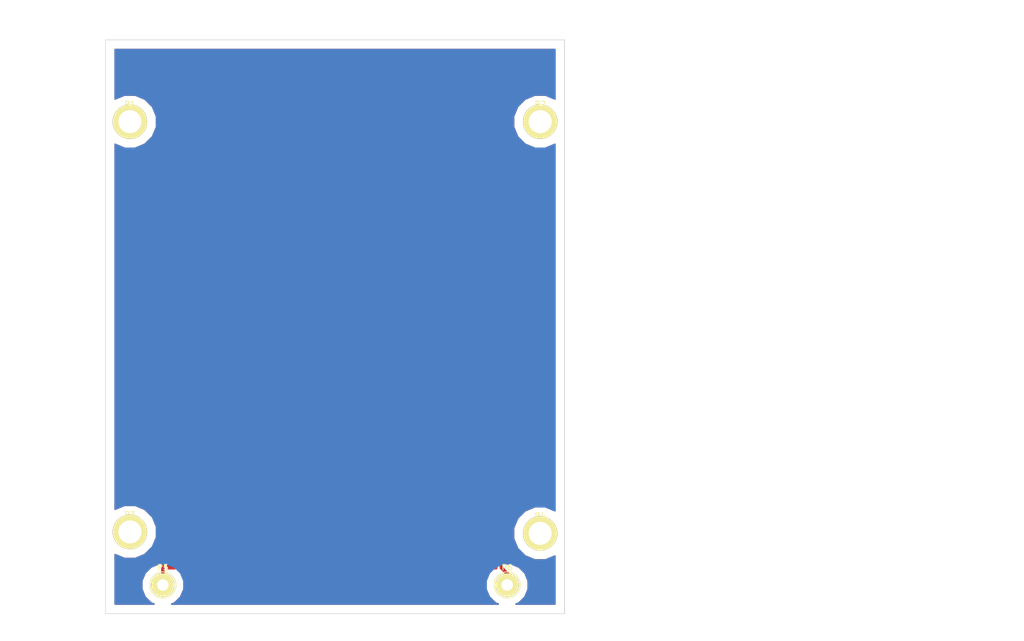
<source format=kicad_pcb>
(kicad_pcb (version 4) (host pcbnew "(2015-02-06 BZR 5410)-product")

  (general
    (links 1)
    (no_connects 0)
    (area 51.785716 44.9 231.350001 158.200001)
    (thickness 1.6)
    (drawings 21)
    (tracks 124)
    (zones 0)
    (modules 6)
    (nets 6)
  )

  (page A4)
  (layers
    (0 F.Cu signal)
    (31 B.Cu signal)
    (32 B.Adhes user)
    (33 F.Adhes user)
    (34 B.Paste user)
    (35 F.Paste user)
    (36 B.SilkS user)
    (37 F.SilkS user)
    (38 B.Mask user)
    (39 F.Mask user)
    (40 Dwgs.User user)
    (41 Cmts.User user)
    (42 Eco1.User user)
    (43 Eco2.User user)
    (44 Edge.Cuts user)
    (45 Margin user)
    (46 B.CrtYd user)
    (47 F.CrtYd user)
    (48 B.Fab user)
    (49 F.Fab user)
  )

  (setup
    (last_trace_width 0.254)
    (user_trace_width 0.5)
    (user_trace_width 0.6)
    (user_trace_width 1)
    (user_trace_width 3)
    (trace_clearance 0.254)
    (zone_clearance 1.5)
    (zone_45_only no)
    (trace_min 0.254)
    (segment_width 0.2)
    (edge_width 0.1)
    (via_size 0.889)
    (via_drill 0.635)
    (via_min_size 0.889)
    (via_min_drill 0.508)
    (uvia_size 0.508)
    (uvia_drill 0.127)
    (uvias_allowed no)
    (uvia_min_size 0.508)
    (uvia_min_drill 0.127)
    (pcb_text_width 0.3)
    (pcb_text_size 1.5 1.5)
    (mod_edge_width 0.15)
    (mod_text_size 1 1)
    (mod_text_width 0.15)
    (pad_size 4.064 4.064)
    (pad_drill 2)
    (pad_to_mask_clearance 0)
    (aux_axis_origin 0 0)
    (visible_elements 7FFFFFFF)
    (pcbplotparams
      (layerselection 0x010f0_80000001)
      (usegerberextensions true)
      (excludeedgelayer false)
      (linewidth 0.100000)
      (plotframeref false)
      (viasonmask false)
      (mode 1)
      (useauxorigin false)
      (hpglpennumber 1)
      (hpglpenspeed 20)
      (hpglpendiameter 15)
      (hpglpenoverlay 2)
      (psnegative false)
      (psa4output false)
      (plotreference false)
      (plotvalue false)
      (plotinvisibletext false)
      (padsonsilk false)
      (subtractmaskfromsilk false)
      (outputformat 1)
      (mirror false)
      (drillshape 0)
      (scaleselection 1)
      (outputdirectory gerber/))
  )

  (net 0 "")
  (net 1 "Net-(P1-Pad1)")
  (net 2 "Net-(P2-Pad1)")
  (net 3 "Net-(P3-Pad1)")
  (net 4 "Net-(P4-Pad1)")
  (net 5 "Net-(P5-Pad1)")

  (net_class Default "This is the default net class."
    (clearance 0.254)
    (trace_width 0.254)
    (via_dia 0.889)
    (via_drill 0.635)
    (uvia_dia 0.508)
    (uvia_drill 0.127)
    (add_net "Net-(P1-Pad1)")
    (add_net "Net-(P2-Pad1)")
    (add_net "Net-(P3-Pad1)")
    (add_net "Net-(P4-Pad1)")
    (add_net "Net-(P5-Pad1)")
  )

  (module Connect:1pin (layer F.Cu) (tedit 54E624F0) (tstamp 54E62480)
    (at 75.5 65.75)
    (descr "module 1 pin (ou trou mecanique de percage)")
    (tags DEV)
    (path /54E62352)
    (fp_text reference P1 (at 0 -3.048) (layer F.SilkS)
      (effects (font (size 1 1) (thickness 0.15)))
    )
    (fp_text value CONN_01X01 (at 0 2.794) (layer F.SilkS) hide
      (effects (font (size 1 1) (thickness 0.15)))
    )
    (fp_circle (center 0 0) (end 0 -2.286) (layer F.SilkS) (width 0.15))
    (pad 1 thru_hole circle (at 0 0) (size 6 6) (drill 4) (layers *.Cu *.Mask F.SilkS)
      (net 1 "Net-(P1-Pad1)"))
  )

  (module Connect:1pin (layer F.Cu) (tedit 54E6254A) (tstamp 54E62486)
    (at 147 65.75)
    (descr "module 1 pin (ou trou mecanique de percage)")
    (tags DEV)
    (path /54E623A4)
    (fp_text reference P2 (at 0 -3.048) (layer F.SilkS)
      (effects (font (size 1 1) (thickness 0.15)))
    )
    (fp_text value CONN_01X01 (at 0 2.794) (layer F.SilkS) hide
      (effects (font (size 1 1) (thickness 0.15)))
    )
    (fp_circle (center 0 0) (end 0 -2.286) (layer F.SilkS) (width 0.15))
    (pad 1 thru_hole circle (at 0 0) (size 6 6) (drill 4) (layers *.Cu *.Mask F.SilkS)
      (net 2 "Net-(P2-Pad1)"))
  )

  (module Connect:1pin (layer F.Cu) (tedit 54E62587) (tstamp 54E6248C)
    (at 75.5 137.25)
    (descr "module 1 pin (ou trou mecanique de percage)")
    (tags DEV)
    (path /54E623EF)
    (fp_text reference P3 (at 0 -3.048) (layer F.SilkS)
      (effects (font (size 1 1) (thickness 0.15)))
    )
    (fp_text value CONN_01X01 (at 0 2.794) (layer F.SilkS) hide
      (effects (font (size 1 1) (thickness 0.15)))
    )
    (fp_circle (center 0 0) (end 0 -2.286) (layer F.SilkS) (width 0.15))
    (pad 1 thru_hole circle (at 0 0) (size 6 6) (drill 4) (layers *.Cu *.Mask F.SilkS)
      (net 3 "Net-(P3-Pad1)"))
  )

  (module Connect:1pin (layer F.Cu) (tedit 54E625BC) (tstamp 54E62492)
    (at 147 137.5)
    (descr "module 1 pin (ou trou mecanique de percage)")
    (tags DEV)
    (path /54E62446)
    (fp_text reference P4 (at 0 -3.048) (layer F.SilkS)
      (effects (font (size 1 1) (thickness 0.15)))
    )
    (fp_text value CONN_01X01 (at 0 2.794) (layer F.SilkS) hide
      (effects (font (size 1 1) (thickness 0.15)))
    )
    (fp_circle (center 0 0) (end 0 -2.286) (layer F.SilkS) (width 0.15))
    (pad 1 thru_hole circle (at 0 0) (size 6 6) (drill 4) (layers *.Cu *.Mask F.SilkS)
      (net 4 "Net-(P4-Pad1)"))
  )

  (module Connect:1pin (layer F.Cu) (tedit 54F35904) (tstamp 54E62498)
    (at 81.25 146.5)
    (descr "module 1 pin (ou trou mecanique de percage)")
    (tags DEV)
    (path /54E624CB)
    (fp_text reference P5 (at 0 -3.048) (layer F.SilkS)
      (effects (font (size 1 1) (thickness 0.15)))
    )
    (fp_text value CONN_01X01 (at 0 2.794) (layer F.SilkS) hide
      (effects (font (size 1 1) (thickness 0.15)))
    )
    (fp_circle (center 0 0) (end 0 -2.286) (layer F.SilkS) (width 0.15))
    (pad 1 thru_hole circle (at 0 0) (size 4.064 4.064) (drill 2) (layers *.Cu *.Mask F.SilkS)
      (net 5 "Net-(P5-Pad1)"))
  )

  (module Connect:1pin (layer F.Cu) (tedit 54F35929) (tstamp 54E6249E)
    (at 141.25 146.5)
    (descr "module 1 pin (ou trou mecanique de percage)")
    (tags DEV)
    (path /54E62516)
    (fp_text reference P6 (at 0 -3.048) (layer F.SilkS)
      (effects (font (size 1 1) (thickness 0.15)))
    )
    (fp_text value CONN_01X01 (at 0 2.794) (layer F.SilkS) hide
      (effects (font (size 1 1) (thickness 0.15)))
    )
    (fp_circle (center 0 0) (end 0 -2.286) (layer F.SilkS) (width 0.15))
    (pad 1 thru_hole circle (at 0 0) (size 4.064 4.064) (drill 2) (layers *.Cu *.Mask F.SilkS)
      (net 5 "Net-(P5-Pad1)"))
  )

  (dimension 80.5 (width 0.3) (layer Dwgs.User)
    (gr_text "80.500 mm" (at 111.25 156.85) (layer Dwgs.User)
      (effects (font (size 1.5 1.5) (thickness 0.3)))
    )
    (feature1 (pts (xy 151.5 151) (xy 151.5 158.2)))
    (feature2 (pts (xy 71 151) (xy 71 158.2)))
    (crossbar (pts (xy 71 155.5) (xy 151.5 155.5)))
    (arrow1a (pts (xy 151.5 155.5) (xy 150.373496 156.086421)))
    (arrow1b (pts (xy 151.5 155.5) (xy 150.373496 154.913579)))
    (arrow2a (pts (xy 71 155.5) (xy 72.126504 156.086421)))
    (arrow2b (pts (xy 71 155.5) (xy 72.126504 154.913579)))
  )
  (dimension 100 (width 0.3) (layer Dwgs.User)
    (gr_text "100.000 mm" (at 59.15 101.5 270) (layer Dwgs.User)
      (effects (font (size 1.5 1.5) (thickness 0.3)))
    )
    (feature1 (pts (xy 71.5 151.5) (xy 57.8 151.5)))
    (feature2 (pts (xy 71.5 51.5) (xy 57.8 51.5)))
    (crossbar (pts (xy 60.5 51.5) (xy 60.5 151.5)))
    (arrow1a (pts (xy 60.5 151.5) (xy 59.913579 150.373496)))
    (arrow1b (pts (xy 60.5 151.5) (xy 61.086421 150.373496)))
    (arrow2a (pts (xy 60.5 51.5) (xy 59.913579 52.626504)))
    (arrow2b (pts (xy 60.5 51.5) (xy 61.086421 52.626504)))
  )
  (dimension 71.500437 (width 0.3) (layer Dwgs.User)
    (gr_text "71.500 mm" (at 67.775088 101.527447 270.2003341) (layer Dwgs.User)
      (effects (font (size 1.5 1.5) (thickness 0.3)))
    )
    (feature1 (pts (xy 75.75 137.25) (xy 66.550097 137.282168)))
    (feature2 (pts (xy 75.5 65.75) (xy 66.300097 65.782168)))
    (crossbar (pts (xy 69.00008 65.772727) (xy 69.25008 137.272727)))
    (arrow1a (pts (xy 69.25008 137.272727) (xy 68.659724 136.148281)))
    (arrow1b (pts (xy 69.25008 137.272727) (xy 69.832558 136.14418)))
    (arrow2a (pts (xy 69.00008 65.772727) (xy 68.417602 66.901274)))
    (arrow2b (pts (xy 69.00008 65.772727) (xy 69.590436 66.897173)))
  )
  (gr_line (start 151.25 151.5) (end 151.25 51.5) (angle 90) (layer Edge.Cuts) (width 0.1) (tstamp 54E628A4))
  (gr_line (start 151.25 141.5) (end 231.25 141.5) (angle 90) (layer Cmts.User) (width 0.2) (tstamp 54E628A3))
  (gr_line (start 231.25 61.5) (end 151.25 61.5) (angle 90) (layer Cmts.User) (width 0.2) (tstamp 54E628A2))
  (dimension 71.500437 (width 0.3) (layer Dwgs.User) (tstamp 54E628A0)
    (gr_text "71.500 mm" (at 147.024223 101.530072 270.2003341) (layer Dwgs.User) (tstamp 54E628A1)
      (effects (font (size 1.5 1.5) (thickness 0.3)))
    )
    (feature1 (pts (xy 155.5 65.75) (xy 145.549232 65.784793)))
    (feature2 (pts (xy 155.75 137.25) (xy 145.799232 137.284793)))
    (crossbar (pts (xy 148.499215 137.275352) (xy 148.249215 65.775352)))
    (arrow1a (pts (xy 148.249215 65.775352) (xy 148.839571 66.899798)))
    (arrow1b (pts (xy 148.249215 65.775352) (xy 147.666737 66.903899)))
    (arrow2a (pts (xy 148.499215 137.275352) (xy 149.081693 136.146805)))
    (arrow2b (pts (xy 148.499215 137.275352) (xy 147.908859 136.150906)))
  )
  (dimension 71.5 (width 0.3) (layer Dwgs.User) (tstamp 54E6289E)
    (gr_text "71.500 mm" (at 191.25 46.4) (layer Dwgs.User) (tstamp 54E6289F)
      (effects (font (size 1.5 1.5) (thickness 0.3)))
    )
    (feature1 (pts (xy 155.5 65.75) (xy 155.5 45.05)))
    (feature2 (pts (xy 227 65.75) (xy 227 45.05)))
    (crossbar (pts (xy 227 47.75) (xy 155.5 47.75)))
    (arrow1a (pts (xy 155.5 47.75) (xy 156.626504 47.163579)))
    (arrow1b (pts (xy 155.5 47.75) (xy 156.626504 48.336421)))
    (arrow2a (pts (xy 227 47.75) (xy 225.873496 47.163579)))
    (arrow2b (pts (xy 227 47.75) (xy 225.873496 48.336421)))
  )
  (gr_line (start 231.25 56.5) (end 151.25 56.5) (angle 90) (layer Dwgs.User) (width 0.2) (tstamp 54E6289C))
  (gr_line (start 151.25 146.5) (end 231.25 146.5) (angle 90) (layer Dwgs.User) (width 0.2) (tstamp 54E6289A))
  (gr_line (start 71.25 146.5) (end 151.25 146.5) (angle 90) (layer Dwgs.User) (width 0.2))
  (gr_line (start 76.25 51.5) (end 76.25 151.5) (angle 90) (layer Dwgs.User) (width 0.2))
  (gr_line (start 151.25 56.5) (end 71.25 56.5) (angle 90) (layer Dwgs.User) (width 0.2))
  (gr_line (start 146.25 151.5) (end 146.25 51.5) (angle 90) (layer Dwgs.User) (width 0.2))
  (dimension 71.5 (width 0.3) (layer Dwgs.User)
    (gr_text "71.500 mm" (at 111.25 46.4) (layer Dwgs.User)
      (effects (font (size 1.5 1.5) (thickness 0.3)))
    )
    (feature1 (pts (xy 75.5 65.75) (xy 75.5 45.05)))
    (feature2 (pts (xy 147 65.75) (xy 147 45.05)))
    (crossbar (pts (xy 147 47.75) (xy 75.5 47.75)))
    (arrow1a (pts (xy 75.5 47.75) (xy 76.626504 47.163579)))
    (arrow1b (pts (xy 75.5 47.75) (xy 76.626504 48.336421)))
    (arrow2a (pts (xy 147 47.75) (xy 145.873496 47.163579)))
    (arrow2b (pts (xy 147 47.75) (xy 145.873496 48.336421)))
  )
  (gr_line (start 151.25 61.5) (end 71.25 61.5) (angle 90) (layer Cmts.User) (width 0.2))
  (gr_line (start 71.25 141.5) (end 151.25 141.5) (angle 90) (layer Cmts.User) (width 0.2))
  (gr_line (start 71.25 151.5) (end 71.25 51.5) (angle 90) (layer Edge.Cuts) (width 0.1))
  (gr_line (start 151.25 151.5) (end 71.25 151.5) (angle 90) (layer Edge.Cuts) (width 0.1))
  (gr_line (start 151.25 51.5) (end 151.25 151.5) (angle 90) (layer Edge.Cuts) (width 0.1))
  (gr_line (start 71.25 51.5) (end 151.25 51.5) (angle 90) (layer Edge.Cuts) (width 0.1))

  (segment (start 127.25 56.5) (end 128.25 56.5) (width 0.6) (layer F.Cu) (net 5))
  (segment (start 105.25 146.5) (end 105.25 56.5) (width 0.6) (layer F.Cu) (net 5) (tstamp 54E6274D))
  (segment (start 105.25 56.5) (end 106.25 56.5) (width 0.6) (layer F.Cu) (net 5) (tstamp 54E6274E))
  (segment (start 106.25 56.5) (end 106.25 146.5) (width 0.6) (layer F.Cu) (net 5) (tstamp 54E62750))
  (segment (start 107.25 146.5) (end 107.25 56.5) (width 0.6) (layer F.Cu) (net 5) (tstamp 54E62754))
  (segment (start 104.25 146.5) (end 104.25 56.5) (width 0.6) (layer F.Cu) (net 5))
  (segment (start 91.25 56.5) (end 92.25 56.5) (width 0.6) (layer F.Cu) (net 5))
  (segment (start 86.25 56.5) (end 86.25 146.5) (width 0.6) (layer F.Cu) (net 5) (tstamp 54E626D6))
  (segment (start 86.25 146.5) (end 87.25 146.5) (width 0.6) (layer F.Cu) (net 5) (tstamp 54E626D7))
  (segment (start 87.25 146.5) (end 87.25 56.5) (width 0.6) (layer F.Cu) (net 5) (tstamp 54E626DD))
  (segment (start 87.25 56.5) (end 88.25 56.5) (width 0.6) (layer F.Cu) (net 5) (tstamp 54E626DE))
  (segment (start 88.25 56.5) (end 88.25 146.5) (width 0.6) (layer F.Cu) (net 5) (tstamp 54E626E1))
  (segment (start 88.25 146.5) (end 89.25 146.5) (width 0.6) (layer F.Cu) (net 5) (tstamp 54E626E2))
  (segment (start 89.25 146.5) (end 89.25 56.5) (width 0.6) (layer F.Cu) (net 5) (tstamp 54E626E7))
  (segment (start 89.25 56.5) (end 90.25 56.5) (width 0.6) (layer F.Cu) (net 5) (tstamp 54E626E8))
  (segment (start 90.25 56.5) (end 90.25 146.5) (width 0.6) (layer F.Cu) (net 5) (tstamp 54E626ED))
  (segment (start 90.25 146.5) (end 91.25 146.5) (width 0.6) (layer F.Cu) (net 5) (tstamp 54E626EE))
  (segment (start 91.25 146.5) (end 91.25 56.5) (width 0.6) (layer F.Cu) (net 5) (tstamp 54E626F1))
  (segment (start 82.25 142.5) (end 82.25 143.5) (width 0.6) (layer F.Cu) (net 5))
  (segment (start 81.25 56.5) (end 82.25 56.5) (width 0.6) (layer F.Cu) (net 5) (tstamp 54E6268C))
  (segment (start 85.25 56.5) (end 85.25 143.5) (width 0.6) (layer F.Cu) (net 5) (tstamp 54E6269F))
  (segment (start 81.25 146.5) (end 81.25 56.5) (width 0.6) (layer F.Cu) (net 5))
  (segment (start 82.25 56.5) (end 82.25 142.5) (width 0.6) (layer F.Cu) (net 5))
  (segment (start 84.25 143.5) (end 85.25 143.5) (width 0.6) (layer F.Cu) (net 5) (tstamp 54E626CA))
  (segment (start 84.25 56.5) (end 84.25 143.5) (width 0.6) (layer F.Cu) (net 5) (tstamp 54E626C9))
  (segment (start 83.25 56.5) (end 84.25 56.5) (width 0.6) (layer F.Cu) (net 5) (tstamp 54E626C4))
  (segment (start 83.25 143.5) (end 83.25 56.5) (width 0.6) (layer F.Cu) (net 5) (tstamp 54E626C3))
  (segment (start 82.25 143.5) (end 83.25 143.5) (width 0.6) (layer F.Cu) (net 5) (tstamp 54E626C2))
  (segment (start 85.25 56.5) (end 86.25 56.5) (width 0.6) (layer F.Cu) (net 5))
  (segment (start 103.25 146.5) (end 103.25 56.5) (width 0.6) (layer F.Cu) (net 5) (tstamp 54E6273A))
  (segment (start 102.25 146.5) (end 103.25 146.5) (width 0.6) (layer F.Cu) (net 5) (tstamp 54E62735))
  (segment (start 102.25 56.5) (end 102.25 146.5) (width 0.6) (layer F.Cu) (net 5) (tstamp 54E62734))
  (segment (start 101.25 56.5) (end 102.25 56.5) (width 0.6) (layer F.Cu) (net 5) (tstamp 54E6272F))
  (segment (start 101.25 146.5) (end 101.25 56.5) (width 0.6) (layer F.Cu) (net 5) (tstamp 54E6272E))
  (segment (start 100.25 146.5) (end 101.25 146.5) (width 0.6) (layer F.Cu) (net 5) (tstamp 54E62729))
  (segment (start 100.25 56.5) (end 100.25 146.5) (width 0.6) (layer F.Cu) (net 5) (tstamp 54E62728))
  (segment (start 99.25 56.5) (end 100.25 56.5) (width 0.6) (layer F.Cu) (net 5) (tstamp 54E62725))
  (segment (start 99.25 146.5) (end 99.25 56.5) (width 0.6) (layer F.Cu) (net 5) (tstamp 54E62724))
  (segment (start 98.25 146.5) (end 99.25 146.5) (width 0.6) (layer F.Cu) (net 5) (tstamp 54E62721))
  (segment (start 98.25 56.5) (end 98.25 146.5) (width 0.6) (layer F.Cu) (net 5) (tstamp 54E62720))
  (segment (start 97.25 56.5) (end 98.25 56.5) (width 0.6) (layer F.Cu) (net 5) (tstamp 54E6271C))
  (segment (start 97.25 146.5) (end 97.25 56.5) (width 0.6) (layer F.Cu) (net 5) (tstamp 54E6271B))
  (segment (start 96.25 146.5) (end 97.25 146.5) (width 0.6) (layer F.Cu) (net 5) (tstamp 54E62714))
  (segment (start 96.25 56.5) (end 96.25 146.5) (width 0.6) (layer F.Cu) (net 5) (tstamp 54E62713))
  (segment (start 95.25 56.5) (end 96.25 56.5) (width 0.6) (layer F.Cu) (net 5) (tstamp 54E6270F))
  (segment (start 95.25 146.5) (end 95.25 56.5) (width 0.6) (layer F.Cu) (net 5) (tstamp 54E6270E))
  (segment (start 94.25 146.5) (end 95.25 146.5) (width 0.6) (layer F.Cu) (net 5) (tstamp 54E6270B))
  (segment (start 94.25 56.5) (end 94.25 146.5) (width 0.6) (layer F.Cu) (net 5) (tstamp 54E6270A))
  (segment (start 93.25 56.5) (end 94.25 56.5) (width 0.6) (layer F.Cu) (net 5) (tstamp 54E62701))
  (segment (start 93.25 146.5) (end 93.25 56.5) (width 0.6) (layer F.Cu) (net 5) (tstamp 54E62700))
  (segment (start 92.25 146.5) (end 93.25 146.5) (width 0.6) (layer F.Cu) (net 5) (tstamp 54E626FC))
  (segment (start 92.25 61.5) (end 92.25 146.5) (width 0.6) (layer F.Cu) (net 5) (tstamp 54E626F7))
  (segment (start 92.25 56.5) (end 92.25 61.5) (width 0.6) (layer F.Cu) (net 5) (tstamp 54E626F6))
  (segment (start 103.25 56.5) (end 104.25 56.5) (width 0.6) (layer F.Cu) (net 5))
  (segment (start 104.25 146.5) (end 105.25 146.5) (width 0.6) (layer F.Cu) (net 5))
  (segment (start 124.25 146.5) (end 125.25 146.5) (width 0.6) (layer F.Cu) (net 5) (tstamp 54E6277A))
  (segment (start 123.25 56.5) (end 124.25 56.5) (width 0.6) (layer F.Cu) (net 5) (tstamp 54E6277B))
  (segment (start 112.25 56.5) (end 112.25 61.5) (width 0.6) (layer F.Cu) (net 5) (tstamp 54E6277C))
  (segment (start 112.25 61.5) (end 112.25 146.5) (width 0.6) (layer F.Cu) (net 5) (tstamp 54E6277D))
  (segment (start 112.25 146.5) (end 113.25 146.5) (width 0.6) (layer F.Cu) (net 5) (tstamp 54E6277E))
  (segment (start 113.25 146.5) (end 113.25 56.5) (width 0.6) (layer F.Cu) (net 5) (tstamp 54E6277F))
  (segment (start 113.25 56.5) (end 114.25 56.5) (width 0.6) (layer F.Cu) (net 5) (tstamp 54E62780))
  (segment (start 114.25 56.5) (end 114.25 146.5) (width 0.6) (layer F.Cu) (net 5) (tstamp 54E62781))
  (segment (start 114.25 146.5) (end 115.25 146.5) (width 0.6) (layer F.Cu) (net 5) (tstamp 54E62782))
  (segment (start 115.25 146.5) (end 115.25 56.5) (width 0.6) (layer F.Cu) (net 5) (tstamp 54E62783))
  (segment (start 115.25 56.5) (end 116.25 56.5) (width 0.6) (layer F.Cu) (net 5) (tstamp 54E62784))
  (segment (start 116.25 56.5) (end 116.25 146.5) (width 0.6) (layer F.Cu) (net 5) (tstamp 54E62785))
  (segment (start 116.25 146.5) (end 117.25 146.5) (width 0.6) (layer F.Cu) (net 5) (tstamp 54E62786))
  (segment (start 117.25 146.5) (end 117.25 56.5) (width 0.6) (layer F.Cu) (net 5) (tstamp 54E62787))
  (segment (start 117.25 56.5) (end 118.25 56.5) (width 0.6) (layer F.Cu) (net 5) (tstamp 54E62788))
  (segment (start 118.25 56.5) (end 118.25 146.5) (width 0.6) (layer F.Cu) (net 5) (tstamp 54E62789))
  (segment (start 118.25 146.5) (end 119.25 146.5) (width 0.6) (layer F.Cu) (net 5) (tstamp 54E6278A))
  (segment (start 119.25 146.5) (end 119.25 56.5) (width 0.6) (layer F.Cu) (net 5) (tstamp 54E6278B))
  (segment (start 119.25 56.5) (end 120.25 56.5) (width 0.6) (layer F.Cu) (net 5) (tstamp 54E6278C))
  (segment (start 120.25 56.5) (end 120.25 146.5) (width 0.6) (layer F.Cu) (net 5) (tstamp 54E6278D))
  (segment (start 120.25 146.5) (end 121.25 146.5) (width 0.6) (layer F.Cu) (net 5) (tstamp 54E6278E))
  (segment (start 121.25 146.5) (end 121.25 56.5) (width 0.6) (layer F.Cu) (net 5) (tstamp 54E6278F))
  (segment (start 121.25 56.5) (end 122.25 56.5) (width 0.6) (layer F.Cu) (net 5) (tstamp 54E62790))
  (segment (start 122.25 56.5) (end 122.25 146.5) (width 0.6) (layer F.Cu) (net 5) (tstamp 54E62791))
  (segment (start 122.25 146.5) (end 123.25 146.5) (width 0.6) (layer F.Cu) (net 5) (tstamp 54E62792))
  (segment (start 123.25 146.5) (end 123.25 56.5) (width 0.6) (layer F.Cu) (net 5) (tstamp 54E62793))
  (segment (start 111.25 146.5) (end 111.25 56.5) (width 0.6) (layer F.Cu) (net 5) (tstamp 54E62794))
  (segment (start 110.25 146.5) (end 111.25 146.5) (width 0.6) (layer F.Cu) (net 5) (tstamp 54E62795))
  (segment (start 110.25 56.5) (end 110.25 146.5) (width 0.6) (layer F.Cu) (net 5) (tstamp 54E62796))
  (segment (start 109.25 56.5) (end 110.25 56.5) (width 0.6) (layer F.Cu) (net 5) (tstamp 54E62797))
  (segment (start 109.25 146.5) (end 109.25 56.5) (width 0.6) (layer F.Cu) (net 5) (tstamp 54E62798))
  (segment (start 108.25 146.5) (end 109.25 146.5) (width 0.6) (layer F.Cu) (net 5) (tstamp 54E62799))
  (segment (start 108.25 56.5) (end 108.25 146.5) (width 0.6) (layer F.Cu) (net 5) (tstamp 54E6279A))
  (segment (start 107.25 56.5) (end 108.25 56.5) (width 0.6) (layer F.Cu) (net 5) (tstamp 54E6279B))
  (segment (start 106.25 146.5) (end 107.25 146.5) (width 0.6) (layer F.Cu) (net 5) (tstamp 54E6279D))
  (segment (start 111.25 56.5) (end 112.25 56.5) (width 0.6) (layer F.Cu) (net 5) (tstamp 54E6279E))
  (segment (start 124.25 146.5) (end 124.25 56.5) (width 0.6) (layer F.Cu) (net 5) (tstamp 54E6279F))
  (segment (start 127.25 146.5) (end 127.25 56.5) (width 0.6) (layer F.Cu) (net 5) (tstamp 54E627A0))
  (segment (start 126.25 146.5) (end 127.25 146.5) (width 0.6) (layer F.Cu) (net 5) (tstamp 54E627A1))
  (segment (start 126.25 56.5) (end 126.25 146.5) (width 0.6) (layer F.Cu) (net 5) (tstamp 54E627A2))
  (segment (start 125.25 56.5) (end 126.25 56.5) (width 0.6) (layer F.Cu) (net 5) (tstamp 54E627A3))
  (segment (start 125.25 146.5) (end 125.25 56.5) (width 0.6) (layer F.Cu) (net 5) (tstamp 54E627A4))
  (segment (start 140.25 143.5) (end 141.25 144.5) (width 0.6) (layer F.Cu) (net 5) (tstamp 54E627C2))
  (segment (start 140.25 56.5) (end 140.25 143.5) (width 0.6) (layer F.Cu) (net 5) (tstamp 54E627C1))
  (segment (start 139.25 56.5) (end 140.25 56.5) (width 0.6) (layer F.Cu) (net 5) (tstamp 54E627BF))
  (segment (start 139.25 143.5) (end 139.25 56.5) (width 0.6) (layer F.Cu) (net 5) (tstamp 54E627BE))
  (segment (start 138.25 143.5) (end 139.25 143.5) (width 0.6) (layer F.Cu) (net 5) (tstamp 54E627BD))
  (segment (start 138.25 56.5) (end 138.25 143.5) (width 0.6) (layer F.Cu) (net 5) (tstamp 54E627BC))
  (segment (start 137.25 56.5) (end 138.25 56.5) (width 0.6) (layer F.Cu) (net 5) (tstamp 54E627BB))
  (segment (start 137.25 146.5) (end 137.25 56.5) (width 0.6) (layer F.Cu) (net 5) (tstamp 54E627BA))
  (segment (start 136.25 146.5) (end 137.25 146.5) (width 0.6) (layer F.Cu) (net 5) (tstamp 54E627B9))
  (segment (start 136.25 56.5) (end 136.25 146.5) (width 0.6) (layer F.Cu) (net 5) (tstamp 54E627B8))
  (segment (start 135.25 56.5) (end 136.25 56.5) (width 0.6) (layer F.Cu) (net 5) (tstamp 54E627B7))
  (segment (start 135.25 146.5) (end 135.25 56.5) (width 0.6) (layer F.Cu) (net 5) (tstamp 54E627B6))
  (segment (start 134.25 146.5) (end 135.25 146.5) (width 0.6) (layer F.Cu) (net 5) (tstamp 54E627B5))
  (segment (start 134.25 56.5) (end 134.25 146.5) (width 0.6) (layer F.Cu) (net 5) (tstamp 54E627B4))
  (segment (start 133.25 56.5) (end 134.25 56.5) (width 0.6) (layer F.Cu) (net 5) (tstamp 54E627B3))
  (segment (start 133.25 146.5) (end 133.25 56.5) (width 0.6) (layer F.Cu) (net 5) (tstamp 54E627B2))
  (segment (start 132.25 146.5) (end 133.25 146.5) (width 0.6) (layer F.Cu) (net 5) (tstamp 54E627B1))
  (segment (start 132.25 56.5) (end 132.25 146.5) (width 0.6) (layer F.Cu) (net 5) (tstamp 54E627B0))
  (segment (start 131.25 56.5) (end 132.25 56.5) (width 0.6) (layer F.Cu) (net 5) (tstamp 54E627AF))
  (segment (start 131.25 146.5) (end 131.25 56.5) (width 0.6) (layer F.Cu) (net 5) (tstamp 54E627AE))
  (segment (start 130.25 146.5) (end 131.25 146.5) (width 0.6) (layer F.Cu) (net 5) (tstamp 54E627AD))
  (segment (start 130.25 56.5) (end 130.25 146.5) (width 0.6) (layer F.Cu) (net 5) (tstamp 54E627AC))
  (segment (start 129.25 56.5) (end 130.25 56.5) (width 0.6) (layer F.Cu) (net 5) (tstamp 54E627AB))
  (segment (start 129.25 146.5) (end 129.25 56.5) (width 0.6) (layer F.Cu) (net 5) (tstamp 54E627AA))
  (segment (start 128.25 146.5) (end 129.25 146.5) (width 0.6) (layer F.Cu) (net 5) (tstamp 54E627A9))
  (segment (start 128.25 56.5) (end 128.25 146.5) (width 0.6) (layer F.Cu) (net 5) (tstamp 54E627A8))
  (segment (start 141.25 144.5) (end 141.25 146.5) (width 0.6) (layer F.Cu) (net 5) (tstamp 54E627C6))

  (zone (net 0) (net_name "") (layer B.Cu) (tstamp 54F358CE) (hatch edge 0.508)
    (connect_pads (clearance 1.5))
    (min_thickness 0.254)
    (fill yes (arc_segments 16) (thermal_gap 0.3) (thermal_bridge_width 0.508))
    (polygon
      (pts
        (xy 71 51) (xy 152 51) (xy 152 152) (xy 71 152)
      )
    )
    (filled_polygon
      (pts
        (xy 149.573 149.823) (xy 142.789343 149.823) (xy 143.319949 149.603758) (xy 144.35014 148.575363) (xy 144.908363 147.231013)
        (xy 144.909634 145.775373) (xy 144.353758 144.430051) (xy 143.325363 143.39986) (xy 141.981013 142.841637) (xy 140.525373 142.840366)
        (xy 139.180051 143.396242) (xy 138.14986 144.424637) (xy 137.591637 145.768987) (xy 137.590366 147.224627) (xy 138.146242 148.569949)
        (xy 139.174637 149.60014) (xy 139.711343 149.823) (xy 82.789343 149.823) (xy 83.319949 149.603758) (xy 84.35014 148.575363)
        (xy 84.908363 147.231013) (xy 84.909634 145.775373) (xy 84.353758 144.430051) (xy 83.325363 143.39986) (xy 81.981013 142.841637)
        (xy 80.525373 142.840366) (xy 79.180051 143.396242) (xy 78.14986 144.424637) (xy 77.591637 145.768987) (xy 77.590366 147.224627)
        (xy 78.146242 148.569949) (xy 79.174637 149.60014) (xy 79.711343 149.823) (xy 72.927 149.823) (xy 72.927 141.191638)
        (xy 74.575595 141.876195) (xy 76.416329 141.877801) (xy 78.117561 141.174867) (xy 79.420292 139.874407) (xy 80.126195 138.174405)
        (xy 80.127801 136.333671) (xy 79.424867 134.632439) (xy 78.124407 133.329708) (xy 76.424405 132.623805) (xy 74.583671 132.622199)
        (xy 72.927 133.30672) (xy 72.927 69.691638) (xy 74.575595 70.376195) (xy 76.416329 70.377801) (xy 78.117561 69.674867)
        (xy 79.420292 68.374407) (xy 80.126195 66.674405) (xy 80.127801 64.833671) (xy 79.424867 63.132439) (xy 78.124407 61.829708)
        (xy 76.424405 61.123805) (xy 74.583671 61.122199) (xy 72.927 61.80672) (xy 72.927 53.177) (xy 149.573 53.177)
        (xy 149.573 61.808361) (xy 147.924405 61.123805) (xy 146.083671 61.122199) (xy 144.382439 61.825133) (xy 143.079708 63.125593)
        (xy 142.373805 64.825595) (xy 142.372199 66.666329) (xy 143.075133 68.367561) (xy 144.375593 69.670292) (xy 146.075595 70.376195)
        (xy 147.916329 70.377801) (xy 149.573 69.693279) (xy 149.573 133.558361) (xy 147.924405 132.873805) (xy 146.083671 132.872199)
        (xy 144.382439 133.575133) (xy 143.079708 134.875593) (xy 142.373805 136.575595) (xy 142.372199 138.416329) (xy 143.075133 140.117561)
        (xy 144.375593 141.420292) (xy 146.075595 142.126195) (xy 147.916329 142.127801) (xy 149.573 141.443279) (xy 149.573 149.823)
      )
    )
  )
  (zone (net 0) (net_name "") (layer F.Cu) (tstamp 54F358CE) (hatch edge 0.508)
    (connect_pads (clearance 1.5))
    (min_thickness 0.254)
    (fill yes (arc_segments 16) (thermal_gap 0.3) (thermal_bridge_width 0.508))
    (polygon
      (pts
        (xy 71 51) (xy 152 51) (xy 152 152) (xy 71 152)
      )
    )
    (filled_polygon
      (pts
        (xy 79.323 134.530394) (xy 78.124407 133.329708) (xy 76.424405 132.623805) (xy 74.583671 132.622199) (xy 72.927 133.30672)
        (xy 72.927 69.691638) (xy 74.575595 70.376195) (xy 76.416329 70.377801) (xy 78.117561 69.674867) (xy 79.323 68.471529)
        (xy 79.323 134.530394)
      )
    )
    (filled_polygon
      (pts
        (xy 79.711343 149.823) (xy 72.927 149.823) (xy 72.927 141.191638) (xy 74.575595 141.876195) (xy 76.416329 141.877801)
        (xy 78.117561 141.174867) (xy 79.323 139.971529) (xy 79.323 143.337176) (xy 79.180051 143.396242) (xy 78.14986 144.424637)
        (xy 77.591637 145.768987) (xy 77.590366 147.224627) (xy 78.146242 148.569949) (xy 79.174637 149.60014) (xy 79.711343 149.823)
      )
    )
    (filled_polygon
      (pts
        (xy 139.711343 149.823) (xy 82.789343 149.823) (xy 83.319949 149.603758) (xy 84.35014 148.575363) (xy 84.738588 147.639875)
        (xy 84.887405 147.862595) (xy 85.512569 148.280316) (xy 86.25 148.427) (xy 87.25 148.427) (xy 87.749999 148.327543)
        (xy 88.25 148.427) (xy 89.25 148.427) (xy 89.749999 148.327543) (xy 90.25 148.427) (xy 91.25 148.427)
        (xy 91.749999 148.327543) (xy 92.25 148.427) (xy 93.25 148.427) (xy 93.749999 148.327543) (xy 94.25 148.427)
        (xy 95.25 148.427) (xy 95.749999 148.327543) (xy 96.25 148.427) (xy 97.25 148.427) (xy 97.749999 148.327543)
        (xy 98.25 148.427) (xy 99.25 148.427) (xy 99.749999 148.327543) (xy 100.25 148.427) (xy 101.25 148.427)
        (xy 101.749999 148.327543) (xy 102.25 148.427) (xy 103.25 148.427) (xy 103.749999 148.327543) (xy 104.25 148.427)
        (xy 105.25 148.427) (xy 105.749999 148.327543) (xy 106.25 148.427) (xy 107.25 148.427) (xy 107.749999 148.327543)
        (xy 108.25 148.427) (xy 109.25 148.427) (xy 109.749999 148.327543) (xy 110.25 148.427) (xy 111.25 148.427)
        (xy 111.749999 148.327543) (xy 112.25 148.427) (xy 113.25 148.427) (xy 113.749999 148.327543) (xy 114.25 148.427)
        (xy 115.25 148.427) (xy 115.749999 148.327543) (xy 116.25 148.427) (xy 117.25 148.427) (xy 117.749999 148.327543)
        (xy 118.25 148.427) (xy 119.25 148.427) (xy 119.749999 148.327543) (xy 120.25 148.427) (xy 121.25 148.427)
        (xy 121.749999 148.327543) (xy 122.25 148.427) (xy 123.25 148.427) (xy 123.749999 148.327543) (xy 124.25 148.427)
        (xy 125.25 148.427) (xy 125.749999 148.327543) (xy 126.25 148.427) (xy 127.25 148.427) (xy 127.749999 148.327543)
        (xy 128.25 148.427) (xy 129.25 148.427) (xy 129.749999 148.327543) (xy 130.25 148.427) (xy 131.25 148.427)
        (xy 131.749999 148.327543) (xy 132.25 148.427) (xy 133.25 148.427) (xy 133.749999 148.327543) (xy 134.25 148.427)
        (xy 135.25 148.427) (xy 135.749999 148.327543) (xy 136.25 148.427) (xy 137.25 148.427) (xy 137.987431 148.280316)
        (xy 138.0181 148.259823) (xy 138.146242 148.569949) (xy 139.174637 149.60014) (xy 139.711343 149.823)
      )
    )
    (filled_polygon
      (pts
        (xy 149.573 149.823) (xy 142.789343 149.823) (xy 143.319949 149.603758) (xy 144.35014 148.575363) (xy 144.908363 147.231013)
        (xy 144.909634 145.775373) (xy 144.353758 144.430051) (xy 143.325363 143.39986) (xy 142.555284 143.080095) (xy 142.177 142.70181)
        (xy 142.177 56.5) (xy 142.030316 55.762569) (xy 141.612595 55.137405) (xy 140.987431 54.719684) (xy 140.25 54.573)
        (xy 139.25 54.573) (xy 138.75 54.672456) (xy 138.25 54.573) (xy 137.25 54.573) (xy 136.75 54.672456)
        (xy 136.25 54.573) (xy 135.25 54.573) (xy 134.75 54.672456) (xy 134.25 54.573) (xy 133.25 54.573)
        (xy 132.75 54.672456) (xy 132.25 54.573) (xy 131.25 54.573) (xy 130.75 54.672456) (xy 130.25 54.573)
        (xy 129.25 54.573) (xy 128.75 54.672456) (xy 128.25 54.573) (xy 127.25 54.573) (xy 126.75 54.672456)
        (xy 126.25 54.573) (xy 125.25 54.573) (xy 124.75 54.672456) (xy 124.25 54.573) (xy 123.25 54.573)
        (xy 122.75 54.672456) (xy 122.25 54.573) (xy 121.25 54.573) (xy 120.75 54.672456) (xy 120.25 54.573)
        (xy 119.25 54.573) (xy 118.75 54.672456) (xy 118.25 54.573) (xy 117.25 54.573) (xy 116.75 54.672456)
        (xy 116.25 54.573) (xy 115.25 54.573) (xy 114.75 54.672456) (xy 114.25 54.573) (xy 113.25 54.573)
        (xy 112.75 54.672456) (xy 112.25 54.573) (xy 111.25 54.573) (xy 110.75 54.672456) (xy 110.25 54.573)
        (xy 109.25 54.573) (xy 108.75 54.672456) (xy 108.25 54.573) (xy 107.25 54.573) (xy 106.75 54.672456)
        (xy 106.25 54.573) (xy 105.25 54.573) (xy 104.75 54.672456) (xy 104.25 54.573) (xy 103.25 54.573)
        (xy 102.75 54.672456) (xy 102.25 54.573) (xy 101.25 54.573) (xy 100.75 54.672456) (xy 100.25 54.573)
        (xy 99.25 54.573) (xy 98.75 54.672456) (xy 98.25 54.573) (xy 97.25 54.573) (xy 96.75 54.672456)
        (xy 96.25 54.573) (xy 95.25 54.573) (xy 94.75 54.672456) (xy 94.25 54.573) (xy 93.25 54.573)
        (xy 92.75 54.672456) (xy 92.25 54.573) (xy 91.25 54.573) (xy 90.75 54.672456) (xy 90.25 54.573)
        (xy 89.25 54.573) (xy 88.75 54.672456) (xy 88.25 54.573) (xy 87.25 54.573) (xy 86.75 54.672456)
        (xy 86.25 54.573) (xy 85.25 54.573) (xy 84.75 54.672456) (xy 84.25 54.573) (xy 83.25 54.573)
        (xy 82.75 54.672456) (xy 82.25 54.573) (xy 81.25 54.573) (xy 80.512569 54.719684) (xy 79.887405 55.137405)
        (xy 79.469684 55.762569) (xy 79.323 56.5) (xy 79.323 63.030394) (xy 78.124407 61.829708) (xy 76.424405 61.123805)
        (xy 74.583671 61.122199) (xy 72.927 61.80672) (xy 72.927 53.177) (xy 149.573 53.177) (xy 149.573 61.808361)
        (xy 147.924405 61.123805) (xy 146.083671 61.122199) (xy 144.382439 61.825133) (xy 143.079708 63.125593) (xy 142.373805 64.825595)
        (xy 142.372199 66.666329) (xy 143.075133 68.367561) (xy 144.375593 69.670292) (xy 146.075595 70.376195) (xy 147.916329 70.377801)
        (xy 149.573 69.693279) (xy 149.573 133.558361) (xy 147.924405 132.873805) (xy 146.083671 132.872199) (xy 144.382439 133.575133)
        (xy 143.079708 134.875593) (xy 142.373805 136.575595) (xy 142.372199 138.416329) (xy 143.075133 140.117561) (xy 144.375593 141.420292)
        (xy 146.075595 142.126195) (xy 147.916329 142.127801) (xy 149.573 141.443279) (xy 149.573 149.823)
      )
    )
  )
)

</source>
